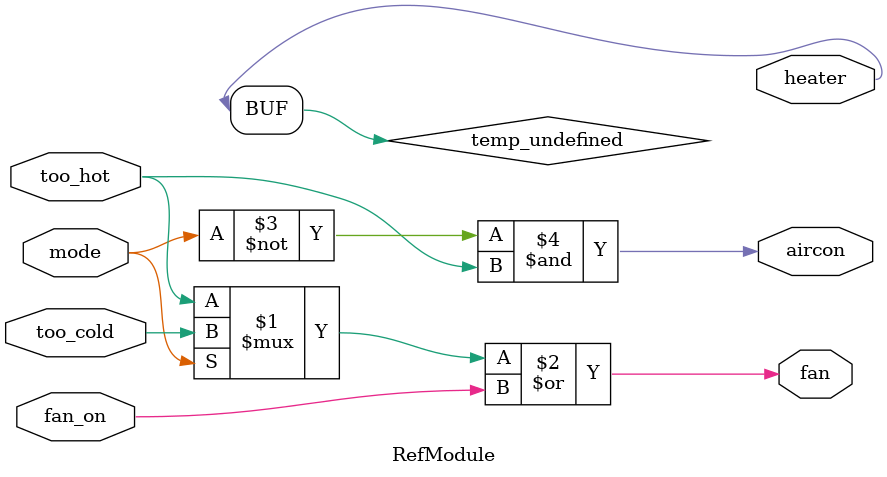
<source format=sv>

module RefModule (
  input mode,
  input too_cold,
  input too_hot,
  input fan_on,
  output heater,
  output aircon,
  output fan
);

  assign fan = (mode ? too_cold : too_hot) | fan_on;
  assign heater = temp_undefined;
  assign aircon = (~mode & too_hot);

endmodule


</source>
